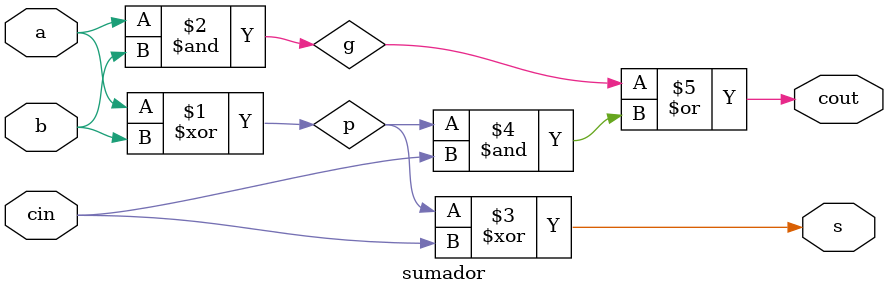
<source format=sv>
module sumador#(parameter N=8)(input logic a, b, cin,
										 output logic s, cout);
	logic p, g;
	
	assign p=a ^ b; 
	assign g=a & b;
	assign s=p ^ cin; 
	assign cout=g | (p & cin);
endmodule
</source>
